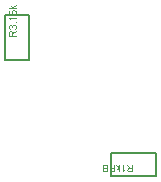
<source format=gbr>
%TF.GenerationSoftware,Altium Limited,Altium Designer,21.6.4 (81)*%
G04 Layer_Color=32896*
%FSLAX26Y26*%
%MOIN*%
%TF.SameCoordinates,D1CDB01D-C4A6-469F-8C54-8347A019B806*%
%TF.FilePolarity,Positive*%
%TF.FileFunction,Other,Top_Assembly*%
%TF.Part,Single*%
G01*
G75*
%TA.AperFunction,NonConductor*%
%ADD33C,0.007874*%
G36*
X1023360Y503355D02*
X1020266D01*
Y517733D01*
X1012950Y510271D01*
X1008909D01*
X1015935Y517078D01*
X1008218Y528544D01*
X1012040D01*
X1018119Y519225D01*
X1020266Y521300D01*
Y528544D01*
X1023360D01*
Y503355D01*
D02*
G37*
G36*
X1067914D02*
X1056229D01*
X1055938Y503391D01*
X1055611D01*
X1054846Y503428D01*
X1054045Y503537D01*
X1053172Y503646D01*
X1052371Y503828D01*
X1051971Y503937D01*
X1051643Y504047D01*
X1051607D01*
X1051570Y504083D01*
X1051352Y504192D01*
X1051024Y504338D01*
X1050624Y504593D01*
X1050187Y504920D01*
X1049714Y505357D01*
X1049277Y505867D01*
X1048840Y506449D01*
Y506485D01*
X1048804Y506522D01*
X1048658Y506740D01*
X1048513Y507104D01*
X1048294Y507577D01*
X1048112Y508123D01*
X1047930Y508779D01*
X1047821Y509470D01*
X1047785Y510235D01*
Y510271D01*
Y510344D01*
Y510489D01*
X1047821Y510671D01*
Y510926D01*
X1047858Y511181D01*
X1048003Y511800D01*
X1048222Y512528D01*
X1048513Y513292D01*
X1048949Y514057D01*
X1049241Y514421D01*
X1049532Y514785D01*
X1049568Y514821D01*
X1049605Y514857D01*
X1049714Y514967D01*
X1049860Y515076D01*
X1050042Y515221D01*
X1050260Y515367D01*
X1050551Y515549D01*
X1050842Y515767D01*
X1051206Y515949D01*
X1051607Y516131D01*
X1052043Y516350D01*
X1052517Y516532D01*
X1053063Y516677D01*
X1053609Y516859D01*
X1054227Y516969D01*
X1054883Y517078D01*
X1054810Y517114D01*
X1054664Y517187D01*
X1054446Y517333D01*
X1054155Y517478D01*
X1053499Y517879D01*
X1053172Y518133D01*
X1052881Y518352D01*
X1052808Y518425D01*
X1052626Y518607D01*
X1052335Y518898D01*
X1051971Y519262D01*
X1051570Y519771D01*
X1051097Y520317D01*
X1050624Y520973D01*
X1050114Y521701D01*
X1045783Y528544D01*
X1049932D01*
X1053245Y523302D01*
Y523266D01*
X1053318Y523193D01*
X1053390Y523084D01*
X1053499Y522938D01*
X1053754Y522538D01*
X1054082Y522028D01*
X1054482Y521482D01*
X1054883Y520900D01*
X1055283Y520354D01*
X1055647Y519844D01*
X1055684Y519808D01*
X1055793Y519662D01*
X1055975Y519444D01*
X1056229Y519189D01*
X1056775Y518643D01*
X1057067Y518388D01*
X1057358Y518170D01*
X1057394Y518133D01*
X1057467Y518097D01*
X1057613Y518024D01*
X1057831Y517915D01*
X1058050Y517806D01*
X1058304Y517697D01*
X1058887Y517515D01*
X1058923D01*
X1058996Y517478D01*
X1059141D01*
X1059323Y517442D01*
X1059578Y517405D01*
X1059870D01*
X1060270Y517369D01*
X1064565D01*
Y528544D01*
X1067914D01*
Y503355D01*
D02*
G37*
G36*
X1005197D02*
X988162D01*
Y506340D01*
X1001848D01*
Y514129D01*
X990018D01*
Y517114D01*
X1001848D01*
Y528544D01*
X1005197D01*
Y503355D01*
D02*
G37*
G36*
X983976D02*
X974075D01*
X973820Y503391D01*
X973529D01*
X972874Y503464D01*
X972145Y503537D01*
X971381Y503683D01*
X970617Y503865D01*
X969925Y504119D01*
X969889D01*
X969852Y504156D01*
X969634Y504265D01*
X969306Y504447D01*
X968942Y504702D01*
X968505Y505029D01*
X968032Y505430D01*
X967596Y505939D01*
X967195Y506485D01*
X967159Y506558D01*
X967049Y506777D01*
X966867Y507068D01*
X966686Y507505D01*
X966504Y508014D01*
X966322Y508560D01*
X966212Y509179D01*
X966176Y509798D01*
Y509871D01*
Y510053D01*
X966212Y510380D01*
X966285Y510781D01*
X966394Y511254D01*
X966576Y511763D01*
X966795Y512273D01*
X967086Y512819D01*
X967122Y512892D01*
X967231Y513037D01*
X967450Y513329D01*
X967741Y513620D01*
X968105Y513984D01*
X968542Y514384D01*
X969088Y514748D01*
X969707Y515112D01*
X969670D01*
X969597Y515149D01*
X969488Y515185D01*
X969343Y515258D01*
X968906Y515403D01*
X968396Y515658D01*
X967850Y515986D01*
X967231Y516386D01*
X966686Y516859D01*
X966176Y517442D01*
X966139Y517515D01*
X965994Y517733D01*
X965775Y518061D01*
X965557Y518497D01*
X965339Y519080D01*
X965120Y519699D01*
X964975Y520427D01*
X964938Y521227D01*
Y521264D01*
Y521300D01*
Y521519D01*
X964975Y521883D01*
X965048Y522319D01*
X965120Y522829D01*
X965266Y523375D01*
X965448Y523957D01*
X965703Y524540D01*
X965739Y524613D01*
X965848Y524795D01*
X965994Y525049D01*
X966212Y525413D01*
X966504Y525777D01*
X966795Y526178D01*
X967159Y526578D01*
X967559Y526906D01*
X967596Y526942D01*
X967741Y527051D01*
X967996Y527197D01*
X968323Y527343D01*
X968724Y527561D01*
X969197Y527779D01*
X969707Y527961D01*
X970326Y528143D01*
X970398D01*
X970617Y528216D01*
X970981Y528253D01*
X971454Y528325D01*
X972036Y528398D01*
X972728Y528471D01*
X973492Y528507D01*
X974366Y528544D01*
X983976D01*
Y503355D01*
D02*
G37*
G36*
X1035263Y508851D02*
X1035300Y508888D01*
X1035482Y509033D01*
X1035700Y509252D01*
X1036064Y509507D01*
X1036464Y509834D01*
X1036974Y510198D01*
X1037556Y510599D01*
X1038211Y510999D01*
X1038248D01*
X1038284Y511035D01*
X1038503Y511181D01*
X1038867Y511363D01*
X1039303Y511581D01*
X1039813Y511836D01*
X1040359Y512091D01*
X1040905Y512346D01*
X1041451Y512564D01*
Y509579D01*
X1041415D01*
X1041342Y509507D01*
X1041196Y509470D01*
X1041014Y509361D01*
X1040796Y509252D01*
X1040541Y509106D01*
X1039922Y508742D01*
X1039194Y508342D01*
X1038466Y507832D01*
X1037702Y507250D01*
X1036938Y506631D01*
X1036901Y506595D01*
X1036865Y506558D01*
X1036755Y506449D01*
X1036610Y506340D01*
X1036282Y505976D01*
X1035845Y505539D01*
X1035409Y505029D01*
X1034936Y504447D01*
X1034535Y503865D01*
X1034171Y503246D01*
X1032169D01*
Y528544D01*
X1035263D01*
Y508851D01*
D02*
G37*
G36*
X678697Y1058572D02*
X669379Y1052493D01*
X671454Y1050345D01*
X678697D01*
Y1047251D01*
X653509D01*
Y1050345D01*
X667887D01*
X660425Y1057662D01*
Y1061702D01*
X667231Y1054677D01*
X678697Y1062394D01*
Y1058572D01*
D02*
G37*
G36*
X671163Y1043284D02*
X671381D01*
X671963Y1043175D01*
X672655Y1043065D01*
X673383Y1042883D01*
X674184Y1042629D01*
X674948Y1042265D01*
X674985D01*
X675021Y1042228D01*
X675130Y1042155D01*
X675276Y1042083D01*
X675640Y1041864D01*
X676113Y1041537D01*
X676623Y1041136D01*
X677132Y1040663D01*
X677642Y1040081D01*
X678079Y1039462D01*
Y1039425D01*
X678115Y1039389D01*
X678188Y1039280D01*
X678224Y1039134D01*
X678406Y1038770D01*
X678588Y1038297D01*
X678807Y1037678D01*
X678952Y1036987D01*
X679098Y1036222D01*
X679134Y1035385D01*
Y1035203D01*
X679098Y1035021D01*
Y1034730D01*
X679061Y1034402D01*
X678989Y1034038D01*
X678879Y1033601D01*
X678770Y1033165D01*
X678625Y1032655D01*
X678443Y1032145D01*
X678224Y1031636D01*
X677933Y1031090D01*
X677605Y1030580D01*
X677241Y1030071D01*
X676805Y1029561D01*
X676295Y1029088D01*
X676259Y1029051D01*
X676149Y1028979D01*
X676004Y1028869D01*
X675749Y1028724D01*
X675421Y1028505D01*
X675057Y1028323D01*
X674584Y1028105D01*
X674075Y1027887D01*
X673456Y1027632D01*
X672764Y1027413D01*
X672000Y1027231D01*
X671163Y1027049D01*
X670216Y1026867D01*
X669197Y1026758D01*
X668105Y1026685D01*
X666940Y1026649D01*
X666904D01*
X666867D01*
X666758D01*
X666613D01*
X666249Y1026685D01*
X665739D01*
X665157Y1026722D01*
X664465Y1026795D01*
X663701Y1026867D01*
X662863Y1026977D01*
X662026Y1027122D01*
X661116Y1027304D01*
X660243Y1027523D01*
X659369Y1027777D01*
X658532Y1028105D01*
X657731Y1028469D01*
X656967Y1028869D01*
X656311Y1029343D01*
X656275Y1029379D01*
X656202Y1029452D01*
X656057Y1029597D01*
X655838Y1029779D01*
X655620Y1029998D01*
X655401Y1030289D01*
X655110Y1030653D01*
X654855Y1031017D01*
X654601Y1031454D01*
X654309Y1031927D01*
X654091Y1032473D01*
X653836Y1033019D01*
X653654Y1033638D01*
X653509Y1034293D01*
X653436Y1034985D01*
X653399Y1035713D01*
Y1036004D01*
X653436Y1036222D01*
Y1036477D01*
X653472Y1036768D01*
X653618Y1037460D01*
X653800Y1038224D01*
X654091Y1039025D01*
X654528Y1039826D01*
X654783Y1040226D01*
X655074Y1040590D01*
X655110Y1040627D01*
X655147Y1040663D01*
X655256Y1040772D01*
X655365Y1040881D01*
X655547Y1041063D01*
X655765Y1041209D01*
X656275Y1041609D01*
X656930Y1042010D01*
X657731Y1042374D01*
X658641Y1042701D01*
X659660Y1042920D01*
X659915Y1039826D01*
X659879D01*
X659842Y1039789D01*
X659624Y1039753D01*
X659296Y1039644D01*
X658896Y1039498D01*
X658459Y1039353D01*
X658022Y1039134D01*
X657622Y1038879D01*
X657294Y1038625D01*
X657221Y1038552D01*
X657076Y1038406D01*
X656857Y1038151D01*
X656603Y1037787D01*
X656384Y1037314D01*
X656166Y1036805D01*
X656020Y1036186D01*
X655947Y1035531D01*
Y1035276D01*
X655984Y1034985D01*
X656057Y1034657D01*
X656166Y1034220D01*
X656311Y1033783D01*
X656493Y1033347D01*
X656785Y1032910D01*
X656821Y1032837D01*
X656967Y1032655D01*
X657221Y1032400D01*
X657585Y1032073D01*
X658022Y1031709D01*
X658532Y1031308D01*
X659187Y1030944D01*
X659915Y1030580D01*
X659951D01*
X660024Y1030544D01*
X660133Y1030507D01*
X660279Y1030435D01*
X660497Y1030398D01*
X660752Y1030325D01*
X661043Y1030253D01*
X661407Y1030180D01*
X661808Y1030071D01*
X662245Y1029998D01*
X662718Y1029925D01*
X663227Y1029889D01*
X663810Y1029816D01*
X664392Y1029779D01*
X665047Y1029743D01*
X665703D01*
X665666Y1029779D01*
X665448Y1029925D01*
X665157Y1030180D01*
X664793Y1030507D01*
X664356Y1030871D01*
X663955Y1031345D01*
X663555Y1031854D01*
X663191Y1032437D01*
Y1032473D01*
X663155Y1032509D01*
X663045Y1032728D01*
X662936Y1033055D01*
X662754Y1033492D01*
X662609Y1034002D01*
X662499Y1034584D01*
X662390Y1035203D01*
X662354Y1035858D01*
Y1036149D01*
X662390Y1036368D01*
X662427Y1036659D01*
X662463Y1036950D01*
X662536Y1037314D01*
X662645Y1037678D01*
X662900Y1038515D01*
X663082Y1038952D01*
X663337Y1039389D01*
X663591Y1039826D01*
X663883Y1040299D01*
X664247Y1040736D01*
X664647Y1041136D01*
X664683Y1041173D01*
X664756Y1041245D01*
X664865Y1041355D01*
X665047Y1041464D01*
X665302Y1041646D01*
X665557Y1041828D01*
X665885Y1042010D01*
X666249Y1042228D01*
X666649Y1042447D01*
X667086Y1042629D01*
X667595Y1042811D01*
X668105Y1042993D01*
X668651Y1043102D01*
X669270Y1043211D01*
X669889Y1043284D01*
X670544Y1043320D01*
X670580D01*
X670653D01*
X670762D01*
X670944D01*
X671163Y1043284D01*
D02*
G37*
G36*
X678697Y1015765D02*
X659005D01*
X659041Y1015729D01*
X659187Y1015547D01*
X659405Y1015329D01*
X659660Y1014965D01*
X659988Y1014564D01*
X660352Y1014055D01*
X660752Y1013472D01*
X661153Y1012817D01*
Y1012781D01*
X661189Y1012744D01*
X661335Y1012526D01*
X661517Y1012162D01*
X661735Y1011725D01*
X661990Y1011215D01*
X662245Y1010669D01*
X662499Y1010123D01*
X662718Y1009577D01*
X659733D01*
Y1009614D01*
X659660Y1009687D01*
X659624Y1009832D01*
X659515Y1010014D01*
X659405Y1010233D01*
X659260Y1010487D01*
X658896Y1011106D01*
X658495Y1011834D01*
X657986Y1012562D01*
X657403Y1013327D01*
X656785Y1014091D01*
X656748Y1014127D01*
X656712Y1014164D01*
X656603Y1014273D01*
X656493Y1014419D01*
X656129Y1014746D01*
X655693Y1015183D01*
X655183Y1015620D01*
X654601Y1016093D01*
X654018Y1016493D01*
X653399Y1016857D01*
Y1018859D01*
X678697D01*
Y1015765D01*
D02*
G37*
G36*
Y999167D02*
X675167D01*
Y1002698D01*
X678697D01*
Y999167D01*
D02*
G37*
G36*
X671818Y994326D02*
X672109Y994289D01*
X672437Y994217D01*
X672801Y994144D01*
X673201Y994071D01*
X674075Y993780D01*
X674548Y993561D01*
X674985Y993343D01*
X675458Y993052D01*
X675931Y992724D01*
X676404Y992360D01*
X676841Y991923D01*
X676877Y991887D01*
X676950Y991814D01*
X677059Y991669D01*
X677205Y991487D01*
X677387Y991268D01*
X677569Y990977D01*
X677787Y990649D01*
X677969Y990249D01*
X678188Y989849D01*
X678406Y989375D01*
X678588Y988902D01*
X678770Y988356D01*
X678916Y987774D01*
X679025Y987155D01*
X679098Y986536D01*
X679134Y985845D01*
Y985517D01*
X679098Y985299D01*
X679061Y985007D01*
X679025Y984680D01*
X678952Y984316D01*
X678879Y983915D01*
X678661Y983042D01*
X678297Y982132D01*
X678079Y981659D01*
X677824Y981222D01*
X677496Y980785D01*
X677169Y980348D01*
X677132Y980312D01*
X677059Y980239D01*
X676950Y980130D01*
X676805Y980021D01*
X676623Y979839D01*
X676368Y979657D01*
X676113Y979438D01*
X675785Y979220D01*
X675421Y979001D01*
X675057Y978783D01*
X674184Y978383D01*
X673165Y978055D01*
X672619Y977946D01*
X672036Y977873D01*
X671636Y980967D01*
X671672D01*
X671745Y981003D01*
X671891Y981040D01*
X672073Y981076D01*
X672291Y981113D01*
X672546Y981185D01*
X673092Y981367D01*
X673747Y981622D01*
X674366Y981950D01*
X674948Y982314D01*
X675458Y982751D01*
X675494Y982823D01*
X675640Y982969D01*
X675822Y983260D01*
X676004Y983624D01*
X676222Y984061D01*
X676404Y984607D01*
X676550Y985226D01*
X676586Y985881D01*
Y986099D01*
X676550Y986245D01*
X676513Y986645D01*
X676404Y987155D01*
X676222Y987737D01*
X675967Y988356D01*
X675603Y988975D01*
X675094Y989557D01*
X675021Y989630D01*
X674803Y989812D01*
X674475Y990031D01*
X674038Y990322D01*
X673492Y990613D01*
X672873Y990831D01*
X672145Y991013D01*
X671345Y991086D01*
X671308D01*
X671235D01*
X671126D01*
X670981Y991050D01*
X670580Y991013D01*
X670107Y990904D01*
X669525Y990759D01*
X668942Y990504D01*
X668360Y990140D01*
X667814Y989667D01*
X667741Y989594D01*
X667595Y989412D01*
X667377Y989121D01*
X667122Y988720D01*
X666867Y988211D01*
X666649Y987592D01*
X666503Y986900D01*
X666431Y986136D01*
Y985808D01*
X666467Y985553D01*
X666503Y985226D01*
X666576Y984862D01*
X666649Y984425D01*
X666758Y983952D01*
X664028Y984316D01*
Y984498D01*
X664065Y984643D01*
Y985117D01*
X663992Y985517D01*
X663919Y985990D01*
X663810Y986536D01*
X663628Y987155D01*
X663373Y987737D01*
X663045Y988356D01*
Y988393D01*
X663009Y988429D01*
X662863Y988611D01*
X662609Y988866D01*
X662281Y989157D01*
X661808Y989448D01*
X661262Y989703D01*
X660643Y989885D01*
X660279Y989958D01*
X659879D01*
X659842D01*
X659806D01*
X659587D01*
X659296Y989885D01*
X658896Y989812D01*
X658459Y989667D01*
X657986Y989485D01*
X657513Y989193D01*
X657076Y988793D01*
X657039Y988757D01*
X656894Y988575D01*
X656712Y988320D01*
X656493Y987992D01*
X656311Y987555D01*
X656129Y987046D01*
X655984Y986463D01*
X655947Y985808D01*
Y985517D01*
X656020Y985189D01*
X656093Y984753D01*
X656239Y984279D01*
X656421Y983806D01*
X656712Y983297D01*
X657076Y982823D01*
X657112Y982787D01*
X657294Y982641D01*
X657549Y982423D01*
X657913Y982168D01*
X658386Y981913D01*
X658969Y981659D01*
X659660Y981440D01*
X660461Y981295D01*
X659915Y978201D01*
X659879D01*
X659769Y978237D01*
X659624Y978273D01*
X659405Y978310D01*
X659151Y978383D01*
X658859Y978492D01*
X658168Y978710D01*
X657367Y979074D01*
X656566Y979511D01*
X655802Y980057D01*
X655110Y980749D01*
X655074Y980785D01*
X655037Y980858D01*
X654965Y980967D01*
X654855Y981113D01*
X654710Y981295D01*
X654564Y981549D01*
X654419Y981804D01*
X654237Y982132D01*
X653945Y982860D01*
X653654Y983697D01*
X653472Y984680D01*
X653399Y985189D01*
Y986099D01*
X653436Y986500D01*
X653509Y986973D01*
X653618Y987555D01*
X653800Y988211D01*
X654018Y988866D01*
X654309Y989521D01*
Y989557D01*
X654346Y989594D01*
X654455Y989812D01*
X654673Y990140D01*
X654928Y990504D01*
X655292Y990941D01*
X655693Y991377D01*
X656166Y991814D01*
X656712Y992178D01*
X656785Y992215D01*
X656967Y992324D01*
X657294Y992469D01*
X657695Y992651D01*
X658168Y992833D01*
X658714Y992979D01*
X659333Y993088D01*
X659951Y993125D01*
X660024D01*
X660243D01*
X660534Y993088D01*
X660934Y993015D01*
X661407Y992906D01*
X661917Y992724D01*
X662427Y992506D01*
X662936Y992215D01*
X663009Y992178D01*
X663155Y992069D01*
X663409Y991851D01*
X663701Y991559D01*
X664028Y991195D01*
X664392Y990759D01*
X664720Y990249D01*
X665047Y989630D01*
Y989667D01*
X665084Y989739D01*
X665120Y989849D01*
X665157Y989994D01*
X665302Y990395D01*
X665521Y990904D01*
X665812Y991487D01*
X666176Y992069D01*
X666649Y992615D01*
X667195Y993125D01*
X667268Y993161D01*
X667486Y993307D01*
X667850Y993525D01*
X668323Y993743D01*
X668906Y993962D01*
X669597Y994180D01*
X670398Y994326D01*
X671272Y994362D01*
X671308D01*
X671417D01*
X671599D01*
X671818Y994326D01*
D02*
G37*
G36*
X678697Y971721D02*
X673456Y968409D01*
X673419D01*
X673347Y968336D01*
X673237Y968263D01*
X673092Y968154D01*
X672691Y967899D01*
X672182Y967572D01*
X671636Y967171D01*
X671053Y966771D01*
X670507Y966371D01*
X669998Y966007D01*
X669961Y965970D01*
X669816Y965861D01*
X669597Y965679D01*
X669343Y965424D01*
X668797Y964878D01*
X668542Y964587D01*
X668323Y964296D01*
X668287Y964259D01*
X668251Y964187D01*
X668178Y964041D01*
X668069Y963823D01*
X667959Y963604D01*
X667850Y963349D01*
X667668Y962767D01*
Y962731D01*
X667632Y962658D01*
Y962512D01*
X667595Y962330D01*
X667559Y962075D01*
Y961784D01*
X667523Y961384D01*
Y957089D01*
X678697D01*
Y953740D01*
X653509D01*
Y965424D01*
X653545Y965715D01*
Y966043D01*
X653581Y966807D01*
X653691Y967608D01*
X653800Y968482D01*
X653982Y969283D01*
X654091Y969683D01*
X654200Y970011D01*
Y970047D01*
X654237Y970083D01*
X654346Y970302D01*
X654491Y970629D01*
X654746Y971030D01*
X655074Y971467D01*
X655511Y971940D01*
X656020Y972377D01*
X656603Y972813D01*
X656639D01*
X656675Y972850D01*
X656894Y972995D01*
X657258Y973141D01*
X657731Y973359D01*
X658277Y973541D01*
X658932Y973723D01*
X659624Y973833D01*
X660388Y973869D01*
X660425D01*
X660497D01*
X660643D01*
X660825Y973833D01*
X661080D01*
X661335Y973796D01*
X661953Y973651D01*
X662681Y973432D01*
X663446Y973141D01*
X664210Y972704D01*
X664574Y972413D01*
X664938Y972122D01*
X664975Y972085D01*
X665011Y972049D01*
X665120Y971940D01*
X665229Y971794D01*
X665375Y971612D01*
X665521Y971394D01*
X665703Y971103D01*
X665921Y970811D01*
X666103Y970447D01*
X666285Y970047D01*
X666503Y969610D01*
X666685Y969137D01*
X666831Y968591D01*
X667013Y968045D01*
X667122Y967426D01*
X667231Y966771D01*
X667268Y966844D01*
X667341Y966989D01*
X667486Y967208D01*
X667632Y967499D01*
X668032Y968154D01*
X668287Y968482D01*
X668505Y968773D01*
X668578Y968846D01*
X668760Y969028D01*
X669051Y969319D01*
X669415Y969683D01*
X669925Y970083D01*
X670471Y970557D01*
X671126Y971030D01*
X671854Y971539D01*
X678697Y975871D01*
Y971721D01*
D02*
G37*
%LPC*%
G36*
X1064565Y514493D02*
X1057067D01*
X1056630Y514457D01*
X1056120Y514421D01*
X1055538Y514384D01*
X1054956Y514311D01*
X1054373Y514202D01*
X1053863Y514057D01*
X1053791Y514020D01*
X1053645Y513947D01*
X1053427Y513838D01*
X1053136Y513693D01*
X1052808Y513474D01*
X1052480Y513219D01*
X1052153Y512892D01*
X1051898Y512528D01*
X1051861Y512491D01*
X1051789Y512346D01*
X1051679Y512127D01*
X1051534Y511836D01*
X1051425Y511509D01*
X1051315Y511145D01*
X1051243Y510708D01*
X1051206Y510271D01*
Y510235D01*
Y510198D01*
X1051243Y509980D01*
X1051279Y509652D01*
X1051352Y509215D01*
X1051534Y508779D01*
X1051752Y508269D01*
X1052080Y507796D01*
X1052517Y507323D01*
X1052590Y507286D01*
X1052772Y507141D01*
X1053063Y506959D01*
X1053536Y506740D01*
X1054082Y506522D01*
X1054810Y506340D01*
X1055647Y506194D01*
X1056630Y506158D01*
X1064565D01*
Y514493D01*
D02*
G37*
G36*
X980627Y525559D02*
X973456D01*
X972692Y525523D01*
X972364Y525486D01*
X972073Y525450D01*
X972036D01*
X971891Y525413D01*
X971672Y525377D01*
X971418Y525304D01*
X970799Y525086D01*
X970180Y524795D01*
X970144Y524758D01*
X970034Y524685D01*
X969889Y524576D01*
X969707Y524431D01*
X969525Y524212D01*
X969270Y523994D01*
X969088Y523703D01*
X968870Y523375D01*
X968833Y523339D01*
X968797Y523229D01*
X968724Y523011D01*
X968615Y522756D01*
X968505Y522465D01*
X968433Y522101D01*
X968396Y521664D01*
X968360Y521227D01*
Y521155D01*
Y521009D01*
X968396Y520718D01*
X968469Y520390D01*
X968542Y520026D01*
X968688Y519626D01*
X968870Y519225D01*
X969124Y518825D01*
X969161Y518789D01*
X969270Y518643D01*
X969415Y518461D01*
X969634Y518243D01*
X969925Y517988D01*
X970289Y517733D01*
X970689Y517515D01*
X971163Y517333D01*
X971236Y517296D01*
X971381Y517260D01*
X971709Y517187D01*
X972109Y517114D01*
X972619Y517041D01*
X973237Y516969D01*
X974002Y516896D01*
X980627D01*
Y525559D01*
D02*
G37*
G36*
Y513911D02*
X974439D01*
X973966Y513875D01*
X973456Y513838D01*
X972946Y513802D01*
X972437Y513729D01*
X972036Y513656D01*
X971963Y513620D01*
X971818Y513583D01*
X971600Y513474D01*
X971308Y513329D01*
X971017Y513183D01*
X970689Y512965D01*
X970362Y512673D01*
X970107Y512382D01*
X970071Y512346D01*
X969998Y512237D01*
X969889Y512018D01*
X969779Y511763D01*
X969670Y511472D01*
X969561Y511108D01*
X969488Y510671D01*
X969452Y510198D01*
Y510125D01*
Y509980D01*
X969488Y509761D01*
X969525Y509470D01*
X969597Y509106D01*
X969707Y508742D01*
X969852Y508378D01*
X970071Y508014D01*
X970107Y507978D01*
X970180Y507869D01*
X970326Y507687D01*
X970508Y507505D01*
X970762Y507286D01*
X971053Y507068D01*
X971418Y506849D01*
X971818Y506704D01*
X971854D01*
X972036Y506631D01*
X972291Y506595D01*
X972692Y506522D01*
X973237Y506449D01*
X973856Y506413D01*
X974657Y506340D01*
X980627D01*
Y513911D01*
D02*
G37*
G36*
X670726Y1040153D02*
X670689D01*
X670617D01*
X670471D01*
X670289Y1040117D01*
X670071D01*
X669816Y1040081D01*
X669233Y1039971D01*
X668578Y1039826D01*
X667887Y1039571D01*
X667231Y1039207D01*
X666613Y1038734D01*
X666540Y1038661D01*
X666358Y1038479D01*
X666139Y1038188D01*
X665848Y1037787D01*
X665557Y1037278D01*
X665339Y1036695D01*
X665157Y1036004D01*
X665084Y1035239D01*
Y1035021D01*
X665120Y1034875D01*
X665157Y1034511D01*
X665266Y1034002D01*
X665448Y1033456D01*
X665739Y1032837D01*
X666103Y1032255D01*
X666613Y1031672D01*
X666685Y1031599D01*
X666867Y1031454D01*
X667195Y1031199D01*
X667668Y1030944D01*
X668214Y1030689D01*
X668906Y1030435D01*
X669670Y1030289D01*
X670544Y1030216D01*
X670617D01*
X670799D01*
X671126Y1030253D01*
X671527Y1030289D01*
X672000Y1030362D01*
X672509Y1030507D01*
X673055Y1030653D01*
X673601Y1030871D01*
X673674Y1030908D01*
X673856Y1031017D01*
X674111Y1031163D01*
X674439Y1031381D01*
X674766Y1031636D01*
X675167Y1031963D01*
X675494Y1032327D01*
X675822Y1032764D01*
X675858Y1032837D01*
X675931Y1032983D01*
X676077Y1033237D01*
X676186Y1033565D01*
X676331Y1033929D01*
X676477Y1034366D01*
X676550Y1034839D01*
X676586Y1035349D01*
Y1035531D01*
X676550Y1035676D01*
X676513Y1036040D01*
X676404Y1036513D01*
X676186Y1037023D01*
X675931Y1037605D01*
X675531Y1038188D01*
X675312Y1038479D01*
X675021Y1038734D01*
X674985D01*
X674948Y1038807D01*
X674730Y1038952D01*
X674366Y1039171D01*
X673893Y1039462D01*
X673274Y1039717D01*
X672546Y1039935D01*
X671709Y1040081D01*
X670726Y1040153D01*
D02*
G37*
G36*
X660425Y970447D02*
X660388D01*
X660352D01*
X660133Y970411D01*
X659806Y970375D01*
X659369Y970302D01*
X658932Y970120D01*
X658423Y969901D01*
X657949Y969574D01*
X657476Y969137D01*
X657440Y969064D01*
X657294Y968882D01*
X657112Y968591D01*
X656894Y968118D01*
X656675Y967572D01*
X656493Y966844D01*
X656348Y966007D01*
X656311Y965024D01*
Y957089D01*
X664647D01*
Y964587D01*
X664611Y965024D01*
X664574Y965533D01*
X664538Y966116D01*
X664465Y966698D01*
X664356Y967281D01*
X664210Y967790D01*
X664174Y967863D01*
X664101Y968009D01*
X663992Y968227D01*
X663846Y968518D01*
X663628Y968846D01*
X663373Y969173D01*
X663045Y969501D01*
X662681Y969756D01*
X662645Y969792D01*
X662499Y969865D01*
X662281Y969974D01*
X661990Y970120D01*
X661662Y970229D01*
X661298Y970338D01*
X660861Y970411D01*
X660425Y970447D01*
D02*
G37*
%LPD*%
D33*
X1142716Y489173D02*
Y567913D01*
X993110D02*
X1142716D01*
X993110Y489173D02*
Y567913D01*
Y489173D02*
X1142716D01*
X639764Y878937D02*
X718504D01*
Y1028543D01*
X639764D02*
X718504D01*
X639764Y878937D02*
Y1028543D01*
%TF.MD5,60e948c7eb2d1087ea3243c17f11a361*%
M02*

</source>
